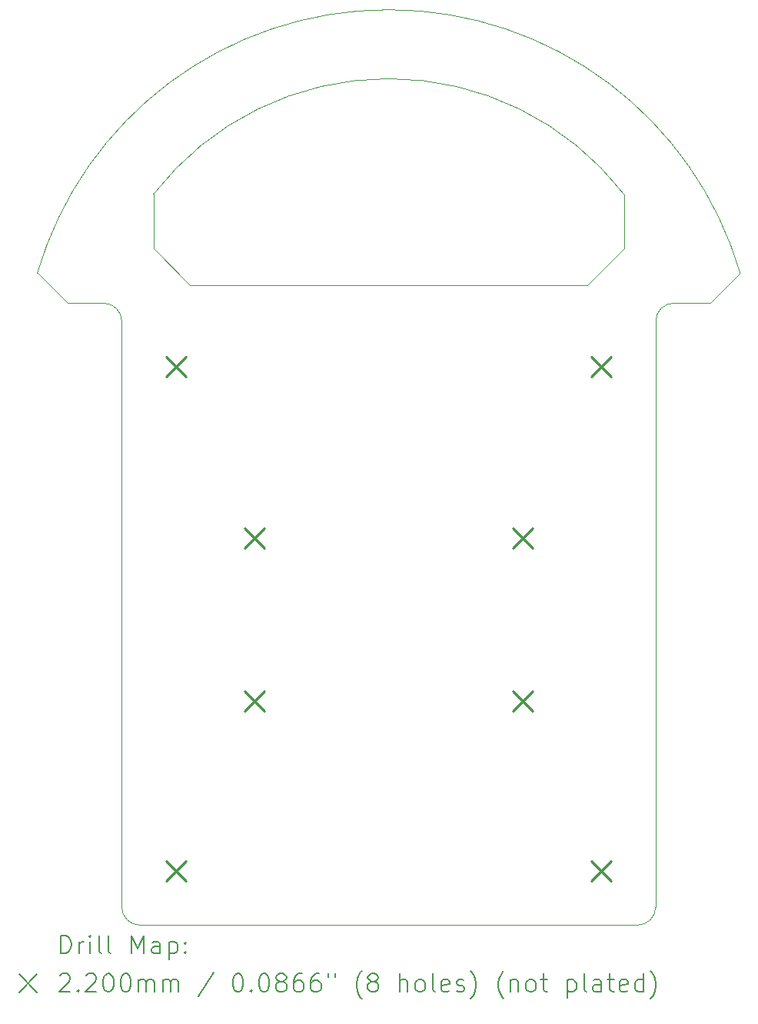
<source format=gbr>
%TF.GenerationSoftware,KiCad,Pcbnew,8.0.6*%
%TF.CreationDate,2025-03-04T23:13:57+07:00*%
%TF.ProjectId,micromouse,6d696372-6f6d-46f7-9573-652e6b696361,rev?*%
%TF.SameCoordinates,Original*%
%TF.FileFunction,Drillmap*%
%TF.FilePolarity,Positive*%
%FSLAX45Y45*%
G04 Gerber Fmt 4.5, Leading zero omitted, Abs format (unit mm)*
G04 Created by KiCad (PCBNEW 8.0.6) date 2025-03-04 23:13:57*
%MOMM*%
%LPD*%
G01*
G04 APERTURE LIST*
%ADD10C,0.050000*%
%ADD11C,0.200000*%
%ADD12C,0.220000*%
G04 APERTURE END LIST*
D10*
X17700000Y-7160000D02*
X18100000Y-7160000D01*
X16750000Y-6960000D02*
X12370000Y-6960000D01*
X10690000Y-6830000D02*
G75*
G02*
X18430000Y-6830000I3870000J-1130000D01*
G01*
X17500000Y-13810000D02*
G75*
G02*
X17300000Y-14010000I-200000J0D01*
G01*
X11820000Y-14010000D02*
G75*
G02*
X11620000Y-13810000I0J200000D01*
G01*
X11970000Y-5960000D02*
X11970000Y-6560000D01*
X11970000Y-5960000D02*
G75*
G02*
X17150000Y-5960000I2590000J-2000000D01*
G01*
X17150000Y-6560000D02*
X16750000Y-6960000D01*
X11020000Y-7160000D02*
X11420000Y-7160000D01*
X17500000Y-7360000D02*
G75*
G02*
X17700000Y-7160000I200000J0D01*
G01*
X11820000Y-14010000D02*
X17300000Y-14010000D01*
X11020000Y-7160000D02*
X10690000Y-6830000D01*
X17150000Y-5960000D02*
X17150000Y-6560000D01*
X11620000Y-13810000D02*
X11620000Y-7360000D01*
X11970000Y-6560000D02*
X12370000Y-6960000D01*
X11420000Y-7160000D02*
G75*
G02*
X11620000Y-7360000I0J-200000D01*
G01*
X18100000Y-7160000D02*
X18430000Y-6830000D01*
X17500000Y-13810000D02*
X17500000Y-7360000D01*
D11*
D12*
X12110000Y-7750000D02*
X12330000Y-7970000D01*
X12330000Y-7750000D02*
X12110000Y-7970000D01*
X12110000Y-13300000D02*
X12330000Y-13520000D01*
X12330000Y-13300000D02*
X12110000Y-13520000D01*
X12975000Y-9635000D02*
X13195000Y-9855000D01*
X13195000Y-9635000D02*
X12975000Y-9855000D01*
X12975000Y-11435000D02*
X13195000Y-11655000D01*
X13195000Y-11435000D02*
X12975000Y-11655000D01*
X15930000Y-9635000D02*
X16150000Y-9855000D01*
X16150000Y-9635000D02*
X15930000Y-9855000D01*
X15930000Y-11435000D02*
X16150000Y-11655000D01*
X16150000Y-11435000D02*
X15930000Y-11655000D01*
X16790000Y-7750000D02*
X17010000Y-7970000D01*
X17010000Y-7750000D02*
X16790000Y-7970000D01*
X16790000Y-13300000D02*
X17010000Y-13520000D01*
X17010000Y-13300000D02*
X16790000Y-13520000D01*
D11*
X10948277Y-14323984D02*
X10948277Y-14123984D01*
X10948277Y-14123984D02*
X10995896Y-14123984D01*
X10995896Y-14123984D02*
X11024467Y-14133508D01*
X11024467Y-14133508D02*
X11043515Y-14152555D01*
X11043515Y-14152555D02*
X11053039Y-14171603D01*
X11053039Y-14171603D02*
X11062563Y-14209698D01*
X11062563Y-14209698D02*
X11062563Y-14238269D01*
X11062563Y-14238269D02*
X11053039Y-14276365D01*
X11053039Y-14276365D02*
X11043515Y-14295412D01*
X11043515Y-14295412D02*
X11024467Y-14314460D01*
X11024467Y-14314460D02*
X10995896Y-14323984D01*
X10995896Y-14323984D02*
X10948277Y-14323984D01*
X11148277Y-14323984D02*
X11148277Y-14190650D01*
X11148277Y-14228746D02*
X11157801Y-14209698D01*
X11157801Y-14209698D02*
X11167324Y-14200174D01*
X11167324Y-14200174D02*
X11186372Y-14190650D01*
X11186372Y-14190650D02*
X11205420Y-14190650D01*
X11272086Y-14323984D02*
X11272086Y-14190650D01*
X11272086Y-14123984D02*
X11262562Y-14133508D01*
X11262562Y-14133508D02*
X11272086Y-14143031D01*
X11272086Y-14143031D02*
X11281610Y-14133508D01*
X11281610Y-14133508D02*
X11272086Y-14123984D01*
X11272086Y-14123984D02*
X11272086Y-14143031D01*
X11395896Y-14323984D02*
X11376848Y-14314460D01*
X11376848Y-14314460D02*
X11367324Y-14295412D01*
X11367324Y-14295412D02*
X11367324Y-14123984D01*
X11500658Y-14323984D02*
X11481610Y-14314460D01*
X11481610Y-14314460D02*
X11472086Y-14295412D01*
X11472086Y-14295412D02*
X11472086Y-14123984D01*
X11729229Y-14323984D02*
X11729229Y-14123984D01*
X11729229Y-14123984D02*
X11795896Y-14266841D01*
X11795896Y-14266841D02*
X11862562Y-14123984D01*
X11862562Y-14123984D02*
X11862562Y-14323984D01*
X12043515Y-14323984D02*
X12043515Y-14219222D01*
X12043515Y-14219222D02*
X12033991Y-14200174D01*
X12033991Y-14200174D02*
X12014943Y-14190650D01*
X12014943Y-14190650D02*
X11976848Y-14190650D01*
X11976848Y-14190650D02*
X11957801Y-14200174D01*
X12043515Y-14314460D02*
X12024467Y-14323984D01*
X12024467Y-14323984D02*
X11976848Y-14323984D01*
X11976848Y-14323984D02*
X11957801Y-14314460D01*
X11957801Y-14314460D02*
X11948277Y-14295412D01*
X11948277Y-14295412D02*
X11948277Y-14276365D01*
X11948277Y-14276365D02*
X11957801Y-14257317D01*
X11957801Y-14257317D02*
X11976848Y-14247793D01*
X11976848Y-14247793D02*
X12024467Y-14247793D01*
X12024467Y-14247793D02*
X12043515Y-14238269D01*
X12138753Y-14190650D02*
X12138753Y-14390650D01*
X12138753Y-14200174D02*
X12157801Y-14190650D01*
X12157801Y-14190650D02*
X12195896Y-14190650D01*
X12195896Y-14190650D02*
X12214943Y-14200174D01*
X12214943Y-14200174D02*
X12224467Y-14209698D01*
X12224467Y-14209698D02*
X12233991Y-14228746D01*
X12233991Y-14228746D02*
X12233991Y-14285888D01*
X12233991Y-14285888D02*
X12224467Y-14304936D01*
X12224467Y-14304936D02*
X12214943Y-14314460D01*
X12214943Y-14314460D02*
X12195896Y-14323984D01*
X12195896Y-14323984D02*
X12157801Y-14323984D01*
X12157801Y-14323984D02*
X12138753Y-14314460D01*
X12319705Y-14304936D02*
X12329229Y-14314460D01*
X12329229Y-14314460D02*
X12319705Y-14323984D01*
X12319705Y-14323984D02*
X12310182Y-14314460D01*
X12310182Y-14314460D02*
X12319705Y-14304936D01*
X12319705Y-14304936D02*
X12319705Y-14323984D01*
X12319705Y-14200174D02*
X12329229Y-14209698D01*
X12329229Y-14209698D02*
X12319705Y-14219222D01*
X12319705Y-14219222D02*
X12310182Y-14209698D01*
X12310182Y-14209698D02*
X12319705Y-14200174D01*
X12319705Y-14200174D02*
X12319705Y-14219222D01*
X10487500Y-14552500D02*
X10687500Y-14752500D01*
X10687500Y-14552500D02*
X10487500Y-14752500D01*
X10938753Y-14563031D02*
X10948277Y-14553508D01*
X10948277Y-14553508D02*
X10967324Y-14543984D01*
X10967324Y-14543984D02*
X11014944Y-14543984D01*
X11014944Y-14543984D02*
X11033991Y-14553508D01*
X11033991Y-14553508D02*
X11043515Y-14563031D01*
X11043515Y-14563031D02*
X11053039Y-14582079D01*
X11053039Y-14582079D02*
X11053039Y-14601127D01*
X11053039Y-14601127D02*
X11043515Y-14629698D01*
X11043515Y-14629698D02*
X10929229Y-14743984D01*
X10929229Y-14743984D02*
X11053039Y-14743984D01*
X11138753Y-14724936D02*
X11148277Y-14734460D01*
X11148277Y-14734460D02*
X11138753Y-14743984D01*
X11138753Y-14743984D02*
X11129229Y-14734460D01*
X11129229Y-14734460D02*
X11138753Y-14724936D01*
X11138753Y-14724936D02*
X11138753Y-14743984D01*
X11224467Y-14563031D02*
X11233991Y-14553508D01*
X11233991Y-14553508D02*
X11253039Y-14543984D01*
X11253039Y-14543984D02*
X11300658Y-14543984D01*
X11300658Y-14543984D02*
X11319705Y-14553508D01*
X11319705Y-14553508D02*
X11329229Y-14563031D01*
X11329229Y-14563031D02*
X11338753Y-14582079D01*
X11338753Y-14582079D02*
X11338753Y-14601127D01*
X11338753Y-14601127D02*
X11329229Y-14629698D01*
X11329229Y-14629698D02*
X11214943Y-14743984D01*
X11214943Y-14743984D02*
X11338753Y-14743984D01*
X11462562Y-14543984D02*
X11481610Y-14543984D01*
X11481610Y-14543984D02*
X11500658Y-14553508D01*
X11500658Y-14553508D02*
X11510182Y-14563031D01*
X11510182Y-14563031D02*
X11519705Y-14582079D01*
X11519705Y-14582079D02*
X11529229Y-14620174D01*
X11529229Y-14620174D02*
X11529229Y-14667793D01*
X11529229Y-14667793D02*
X11519705Y-14705888D01*
X11519705Y-14705888D02*
X11510182Y-14724936D01*
X11510182Y-14724936D02*
X11500658Y-14734460D01*
X11500658Y-14734460D02*
X11481610Y-14743984D01*
X11481610Y-14743984D02*
X11462562Y-14743984D01*
X11462562Y-14743984D02*
X11443515Y-14734460D01*
X11443515Y-14734460D02*
X11433991Y-14724936D01*
X11433991Y-14724936D02*
X11424467Y-14705888D01*
X11424467Y-14705888D02*
X11414943Y-14667793D01*
X11414943Y-14667793D02*
X11414943Y-14620174D01*
X11414943Y-14620174D02*
X11424467Y-14582079D01*
X11424467Y-14582079D02*
X11433991Y-14563031D01*
X11433991Y-14563031D02*
X11443515Y-14553508D01*
X11443515Y-14553508D02*
X11462562Y-14543984D01*
X11653039Y-14543984D02*
X11672086Y-14543984D01*
X11672086Y-14543984D02*
X11691134Y-14553508D01*
X11691134Y-14553508D02*
X11700658Y-14563031D01*
X11700658Y-14563031D02*
X11710182Y-14582079D01*
X11710182Y-14582079D02*
X11719705Y-14620174D01*
X11719705Y-14620174D02*
X11719705Y-14667793D01*
X11719705Y-14667793D02*
X11710182Y-14705888D01*
X11710182Y-14705888D02*
X11700658Y-14724936D01*
X11700658Y-14724936D02*
X11691134Y-14734460D01*
X11691134Y-14734460D02*
X11672086Y-14743984D01*
X11672086Y-14743984D02*
X11653039Y-14743984D01*
X11653039Y-14743984D02*
X11633991Y-14734460D01*
X11633991Y-14734460D02*
X11624467Y-14724936D01*
X11624467Y-14724936D02*
X11614943Y-14705888D01*
X11614943Y-14705888D02*
X11605420Y-14667793D01*
X11605420Y-14667793D02*
X11605420Y-14620174D01*
X11605420Y-14620174D02*
X11614943Y-14582079D01*
X11614943Y-14582079D02*
X11624467Y-14563031D01*
X11624467Y-14563031D02*
X11633991Y-14553508D01*
X11633991Y-14553508D02*
X11653039Y-14543984D01*
X11805420Y-14743984D02*
X11805420Y-14610650D01*
X11805420Y-14629698D02*
X11814943Y-14620174D01*
X11814943Y-14620174D02*
X11833991Y-14610650D01*
X11833991Y-14610650D02*
X11862563Y-14610650D01*
X11862563Y-14610650D02*
X11881610Y-14620174D01*
X11881610Y-14620174D02*
X11891134Y-14639222D01*
X11891134Y-14639222D02*
X11891134Y-14743984D01*
X11891134Y-14639222D02*
X11900658Y-14620174D01*
X11900658Y-14620174D02*
X11919705Y-14610650D01*
X11919705Y-14610650D02*
X11948277Y-14610650D01*
X11948277Y-14610650D02*
X11967324Y-14620174D01*
X11967324Y-14620174D02*
X11976848Y-14639222D01*
X11976848Y-14639222D02*
X11976848Y-14743984D01*
X12072086Y-14743984D02*
X12072086Y-14610650D01*
X12072086Y-14629698D02*
X12081610Y-14620174D01*
X12081610Y-14620174D02*
X12100658Y-14610650D01*
X12100658Y-14610650D02*
X12129229Y-14610650D01*
X12129229Y-14610650D02*
X12148277Y-14620174D01*
X12148277Y-14620174D02*
X12157801Y-14639222D01*
X12157801Y-14639222D02*
X12157801Y-14743984D01*
X12157801Y-14639222D02*
X12167324Y-14620174D01*
X12167324Y-14620174D02*
X12186372Y-14610650D01*
X12186372Y-14610650D02*
X12214943Y-14610650D01*
X12214943Y-14610650D02*
X12233991Y-14620174D01*
X12233991Y-14620174D02*
X12243515Y-14639222D01*
X12243515Y-14639222D02*
X12243515Y-14743984D01*
X12633991Y-14534460D02*
X12462563Y-14791603D01*
X12891134Y-14543984D02*
X12910182Y-14543984D01*
X12910182Y-14543984D02*
X12929229Y-14553508D01*
X12929229Y-14553508D02*
X12938753Y-14563031D01*
X12938753Y-14563031D02*
X12948277Y-14582079D01*
X12948277Y-14582079D02*
X12957801Y-14620174D01*
X12957801Y-14620174D02*
X12957801Y-14667793D01*
X12957801Y-14667793D02*
X12948277Y-14705888D01*
X12948277Y-14705888D02*
X12938753Y-14724936D01*
X12938753Y-14724936D02*
X12929229Y-14734460D01*
X12929229Y-14734460D02*
X12910182Y-14743984D01*
X12910182Y-14743984D02*
X12891134Y-14743984D01*
X12891134Y-14743984D02*
X12872086Y-14734460D01*
X12872086Y-14734460D02*
X12862563Y-14724936D01*
X12862563Y-14724936D02*
X12853039Y-14705888D01*
X12853039Y-14705888D02*
X12843515Y-14667793D01*
X12843515Y-14667793D02*
X12843515Y-14620174D01*
X12843515Y-14620174D02*
X12853039Y-14582079D01*
X12853039Y-14582079D02*
X12862563Y-14563031D01*
X12862563Y-14563031D02*
X12872086Y-14553508D01*
X12872086Y-14553508D02*
X12891134Y-14543984D01*
X13043515Y-14724936D02*
X13053039Y-14734460D01*
X13053039Y-14734460D02*
X13043515Y-14743984D01*
X13043515Y-14743984D02*
X13033991Y-14734460D01*
X13033991Y-14734460D02*
X13043515Y-14724936D01*
X13043515Y-14724936D02*
X13043515Y-14743984D01*
X13176848Y-14543984D02*
X13195896Y-14543984D01*
X13195896Y-14543984D02*
X13214944Y-14553508D01*
X13214944Y-14553508D02*
X13224467Y-14563031D01*
X13224467Y-14563031D02*
X13233991Y-14582079D01*
X13233991Y-14582079D02*
X13243515Y-14620174D01*
X13243515Y-14620174D02*
X13243515Y-14667793D01*
X13243515Y-14667793D02*
X13233991Y-14705888D01*
X13233991Y-14705888D02*
X13224467Y-14724936D01*
X13224467Y-14724936D02*
X13214944Y-14734460D01*
X13214944Y-14734460D02*
X13195896Y-14743984D01*
X13195896Y-14743984D02*
X13176848Y-14743984D01*
X13176848Y-14743984D02*
X13157801Y-14734460D01*
X13157801Y-14734460D02*
X13148277Y-14724936D01*
X13148277Y-14724936D02*
X13138753Y-14705888D01*
X13138753Y-14705888D02*
X13129229Y-14667793D01*
X13129229Y-14667793D02*
X13129229Y-14620174D01*
X13129229Y-14620174D02*
X13138753Y-14582079D01*
X13138753Y-14582079D02*
X13148277Y-14563031D01*
X13148277Y-14563031D02*
X13157801Y-14553508D01*
X13157801Y-14553508D02*
X13176848Y-14543984D01*
X13357801Y-14629698D02*
X13338753Y-14620174D01*
X13338753Y-14620174D02*
X13329229Y-14610650D01*
X13329229Y-14610650D02*
X13319706Y-14591603D01*
X13319706Y-14591603D02*
X13319706Y-14582079D01*
X13319706Y-14582079D02*
X13329229Y-14563031D01*
X13329229Y-14563031D02*
X13338753Y-14553508D01*
X13338753Y-14553508D02*
X13357801Y-14543984D01*
X13357801Y-14543984D02*
X13395896Y-14543984D01*
X13395896Y-14543984D02*
X13414944Y-14553508D01*
X13414944Y-14553508D02*
X13424467Y-14563031D01*
X13424467Y-14563031D02*
X13433991Y-14582079D01*
X13433991Y-14582079D02*
X13433991Y-14591603D01*
X13433991Y-14591603D02*
X13424467Y-14610650D01*
X13424467Y-14610650D02*
X13414944Y-14620174D01*
X13414944Y-14620174D02*
X13395896Y-14629698D01*
X13395896Y-14629698D02*
X13357801Y-14629698D01*
X13357801Y-14629698D02*
X13338753Y-14639222D01*
X13338753Y-14639222D02*
X13329229Y-14648746D01*
X13329229Y-14648746D02*
X13319706Y-14667793D01*
X13319706Y-14667793D02*
X13319706Y-14705888D01*
X13319706Y-14705888D02*
X13329229Y-14724936D01*
X13329229Y-14724936D02*
X13338753Y-14734460D01*
X13338753Y-14734460D02*
X13357801Y-14743984D01*
X13357801Y-14743984D02*
X13395896Y-14743984D01*
X13395896Y-14743984D02*
X13414944Y-14734460D01*
X13414944Y-14734460D02*
X13424467Y-14724936D01*
X13424467Y-14724936D02*
X13433991Y-14705888D01*
X13433991Y-14705888D02*
X13433991Y-14667793D01*
X13433991Y-14667793D02*
X13424467Y-14648746D01*
X13424467Y-14648746D02*
X13414944Y-14639222D01*
X13414944Y-14639222D02*
X13395896Y-14629698D01*
X13605420Y-14543984D02*
X13567325Y-14543984D01*
X13567325Y-14543984D02*
X13548277Y-14553508D01*
X13548277Y-14553508D02*
X13538753Y-14563031D01*
X13538753Y-14563031D02*
X13519706Y-14591603D01*
X13519706Y-14591603D02*
X13510182Y-14629698D01*
X13510182Y-14629698D02*
X13510182Y-14705888D01*
X13510182Y-14705888D02*
X13519706Y-14724936D01*
X13519706Y-14724936D02*
X13529229Y-14734460D01*
X13529229Y-14734460D02*
X13548277Y-14743984D01*
X13548277Y-14743984D02*
X13586372Y-14743984D01*
X13586372Y-14743984D02*
X13605420Y-14734460D01*
X13605420Y-14734460D02*
X13614944Y-14724936D01*
X13614944Y-14724936D02*
X13624467Y-14705888D01*
X13624467Y-14705888D02*
X13624467Y-14658269D01*
X13624467Y-14658269D02*
X13614944Y-14639222D01*
X13614944Y-14639222D02*
X13605420Y-14629698D01*
X13605420Y-14629698D02*
X13586372Y-14620174D01*
X13586372Y-14620174D02*
X13548277Y-14620174D01*
X13548277Y-14620174D02*
X13529229Y-14629698D01*
X13529229Y-14629698D02*
X13519706Y-14639222D01*
X13519706Y-14639222D02*
X13510182Y-14658269D01*
X13795896Y-14543984D02*
X13757801Y-14543984D01*
X13757801Y-14543984D02*
X13738753Y-14553508D01*
X13738753Y-14553508D02*
X13729229Y-14563031D01*
X13729229Y-14563031D02*
X13710182Y-14591603D01*
X13710182Y-14591603D02*
X13700658Y-14629698D01*
X13700658Y-14629698D02*
X13700658Y-14705888D01*
X13700658Y-14705888D02*
X13710182Y-14724936D01*
X13710182Y-14724936D02*
X13719706Y-14734460D01*
X13719706Y-14734460D02*
X13738753Y-14743984D01*
X13738753Y-14743984D02*
X13776848Y-14743984D01*
X13776848Y-14743984D02*
X13795896Y-14734460D01*
X13795896Y-14734460D02*
X13805420Y-14724936D01*
X13805420Y-14724936D02*
X13814944Y-14705888D01*
X13814944Y-14705888D02*
X13814944Y-14658269D01*
X13814944Y-14658269D02*
X13805420Y-14639222D01*
X13805420Y-14639222D02*
X13795896Y-14629698D01*
X13795896Y-14629698D02*
X13776848Y-14620174D01*
X13776848Y-14620174D02*
X13738753Y-14620174D01*
X13738753Y-14620174D02*
X13719706Y-14629698D01*
X13719706Y-14629698D02*
X13710182Y-14639222D01*
X13710182Y-14639222D02*
X13700658Y-14658269D01*
X13891134Y-14543984D02*
X13891134Y-14582079D01*
X13967325Y-14543984D02*
X13967325Y-14582079D01*
X14262563Y-14820174D02*
X14253039Y-14810650D01*
X14253039Y-14810650D02*
X14233991Y-14782079D01*
X14233991Y-14782079D02*
X14224468Y-14763031D01*
X14224468Y-14763031D02*
X14214944Y-14734460D01*
X14214944Y-14734460D02*
X14205420Y-14686841D01*
X14205420Y-14686841D02*
X14205420Y-14648746D01*
X14205420Y-14648746D02*
X14214944Y-14601127D01*
X14214944Y-14601127D02*
X14224468Y-14572555D01*
X14224468Y-14572555D02*
X14233991Y-14553508D01*
X14233991Y-14553508D02*
X14253039Y-14524936D01*
X14253039Y-14524936D02*
X14262563Y-14515412D01*
X14367325Y-14629698D02*
X14348277Y-14620174D01*
X14348277Y-14620174D02*
X14338753Y-14610650D01*
X14338753Y-14610650D02*
X14329229Y-14591603D01*
X14329229Y-14591603D02*
X14329229Y-14582079D01*
X14329229Y-14582079D02*
X14338753Y-14563031D01*
X14338753Y-14563031D02*
X14348277Y-14553508D01*
X14348277Y-14553508D02*
X14367325Y-14543984D01*
X14367325Y-14543984D02*
X14405420Y-14543984D01*
X14405420Y-14543984D02*
X14424468Y-14553508D01*
X14424468Y-14553508D02*
X14433991Y-14563031D01*
X14433991Y-14563031D02*
X14443515Y-14582079D01*
X14443515Y-14582079D02*
X14443515Y-14591603D01*
X14443515Y-14591603D02*
X14433991Y-14610650D01*
X14433991Y-14610650D02*
X14424468Y-14620174D01*
X14424468Y-14620174D02*
X14405420Y-14629698D01*
X14405420Y-14629698D02*
X14367325Y-14629698D01*
X14367325Y-14629698D02*
X14348277Y-14639222D01*
X14348277Y-14639222D02*
X14338753Y-14648746D01*
X14338753Y-14648746D02*
X14329229Y-14667793D01*
X14329229Y-14667793D02*
X14329229Y-14705888D01*
X14329229Y-14705888D02*
X14338753Y-14724936D01*
X14338753Y-14724936D02*
X14348277Y-14734460D01*
X14348277Y-14734460D02*
X14367325Y-14743984D01*
X14367325Y-14743984D02*
X14405420Y-14743984D01*
X14405420Y-14743984D02*
X14424468Y-14734460D01*
X14424468Y-14734460D02*
X14433991Y-14724936D01*
X14433991Y-14724936D02*
X14443515Y-14705888D01*
X14443515Y-14705888D02*
X14443515Y-14667793D01*
X14443515Y-14667793D02*
X14433991Y-14648746D01*
X14433991Y-14648746D02*
X14424468Y-14639222D01*
X14424468Y-14639222D02*
X14405420Y-14629698D01*
X14681610Y-14743984D02*
X14681610Y-14543984D01*
X14767325Y-14743984D02*
X14767325Y-14639222D01*
X14767325Y-14639222D02*
X14757801Y-14620174D01*
X14757801Y-14620174D02*
X14738753Y-14610650D01*
X14738753Y-14610650D02*
X14710182Y-14610650D01*
X14710182Y-14610650D02*
X14691134Y-14620174D01*
X14691134Y-14620174D02*
X14681610Y-14629698D01*
X14891134Y-14743984D02*
X14872087Y-14734460D01*
X14872087Y-14734460D02*
X14862563Y-14724936D01*
X14862563Y-14724936D02*
X14853039Y-14705888D01*
X14853039Y-14705888D02*
X14853039Y-14648746D01*
X14853039Y-14648746D02*
X14862563Y-14629698D01*
X14862563Y-14629698D02*
X14872087Y-14620174D01*
X14872087Y-14620174D02*
X14891134Y-14610650D01*
X14891134Y-14610650D02*
X14919706Y-14610650D01*
X14919706Y-14610650D02*
X14938753Y-14620174D01*
X14938753Y-14620174D02*
X14948277Y-14629698D01*
X14948277Y-14629698D02*
X14957801Y-14648746D01*
X14957801Y-14648746D02*
X14957801Y-14705888D01*
X14957801Y-14705888D02*
X14948277Y-14724936D01*
X14948277Y-14724936D02*
X14938753Y-14734460D01*
X14938753Y-14734460D02*
X14919706Y-14743984D01*
X14919706Y-14743984D02*
X14891134Y-14743984D01*
X15072087Y-14743984D02*
X15053039Y-14734460D01*
X15053039Y-14734460D02*
X15043515Y-14715412D01*
X15043515Y-14715412D02*
X15043515Y-14543984D01*
X15224468Y-14734460D02*
X15205420Y-14743984D01*
X15205420Y-14743984D02*
X15167325Y-14743984D01*
X15167325Y-14743984D02*
X15148277Y-14734460D01*
X15148277Y-14734460D02*
X15138753Y-14715412D01*
X15138753Y-14715412D02*
X15138753Y-14639222D01*
X15138753Y-14639222D02*
X15148277Y-14620174D01*
X15148277Y-14620174D02*
X15167325Y-14610650D01*
X15167325Y-14610650D02*
X15205420Y-14610650D01*
X15205420Y-14610650D02*
X15224468Y-14620174D01*
X15224468Y-14620174D02*
X15233991Y-14639222D01*
X15233991Y-14639222D02*
X15233991Y-14658269D01*
X15233991Y-14658269D02*
X15138753Y-14677317D01*
X15310182Y-14734460D02*
X15329230Y-14743984D01*
X15329230Y-14743984D02*
X15367325Y-14743984D01*
X15367325Y-14743984D02*
X15386372Y-14734460D01*
X15386372Y-14734460D02*
X15395896Y-14715412D01*
X15395896Y-14715412D02*
X15395896Y-14705888D01*
X15395896Y-14705888D02*
X15386372Y-14686841D01*
X15386372Y-14686841D02*
X15367325Y-14677317D01*
X15367325Y-14677317D02*
X15338753Y-14677317D01*
X15338753Y-14677317D02*
X15319706Y-14667793D01*
X15319706Y-14667793D02*
X15310182Y-14648746D01*
X15310182Y-14648746D02*
X15310182Y-14639222D01*
X15310182Y-14639222D02*
X15319706Y-14620174D01*
X15319706Y-14620174D02*
X15338753Y-14610650D01*
X15338753Y-14610650D02*
X15367325Y-14610650D01*
X15367325Y-14610650D02*
X15386372Y-14620174D01*
X15462563Y-14820174D02*
X15472087Y-14810650D01*
X15472087Y-14810650D02*
X15491134Y-14782079D01*
X15491134Y-14782079D02*
X15500658Y-14763031D01*
X15500658Y-14763031D02*
X15510182Y-14734460D01*
X15510182Y-14734460D02*
X15519706Y-14686841D01*
X15519706Y-14686841D02*
X15519706Y-14648746D01*
X15519706Y-14648746D02*
X15510182Y-14601127D01*
X15510182Y-14601127D02*
X15500658Y-14572555D01*
X15500658Y-14572555D02*
X15491134Y-14553508D01*
X15491134Y-14553508D02*
X15472087Y-14524936D01*
X15472087Y-14524936D02*
X15462563Y-14515412D01*
X15824468Y-14820174D02*
X15814944Y-14810650D01*
X15814944Y-14810650D02*
X15795896Y-14782079D01*
X15795896Y-14782079D02*
X15786372Y-14763031D01*
X15786372Y-14763031D02*
X15776849Y-14734460D01*
X15776849Y-14734460D02*
X15767325Y-14686841D01*
X15767325Y-14686841D02*
X15767325Y-14648746D01*
X15767325Y-14648746D02*
X15776849Y-14601127D01*
X15776849Y-14601127D02*
X15786372Y-14572555D01*
X15786372Y-14572555D02*
X15795896Y-14553508D01*
X15795896Y-14553508D02*
X15814944Y-14524936D01*
X15814944Y-14524936D02*
X15824468Y-14515412D01*
X15900658Y-14610650D02*
X15900658Y-14743984D01*
X15900658Y-14629698D02*
X15910182Y-14620174D01*
X15910182Y-14620174D02*
X15929230Y-14610650D01*
X15929230Y-14610650D02*
X15957801Y-14610650D01*
X15957801Y-14610650D02*
X15976849Y-14620174D01*
X15976849Y-14620174D02*
X15986372Y-14639222D01*
X15986372Y-14639222D02*
X15986372Y-14743984D01*
X16110182Y-14743984D02*
X16091134Y-14734460D01*
X16091134Y-14734460D02*
X16081611Y-14724936D01*
X16081611Y-14724936D02*
X16072087Y-14705888D01*
X16072087Y-14705888D02*
X16072087Y-14648746D01*
X16072087Y-14648746D02*
X16081611Y-14629698D01*
X16081611Y-14629698D02*
X16091134Y-14620174D01*
X16091134Y-14620174D02*
X16110182Y-14610650D01*
X16110182Y-14610650D02*
X16138753Y-14610650D01*
X16138753Y-14610650D02*
X16157801Y-14620174D01*
X16157801Y-14620174D02*
X16167325Y-14629698D01*
X16167325Y-14629698D02*
X16176849Y-14648746D01*
X16176849Y-14648746D02*
X16176849Y-14705888D01*
X16176849Y-14705888D02*
X16167325Y-14724936D01*
X16167325Y-14724936D02*
X16157801Y-14734460D01*
X16157801Y-14734460D02*
X16138753Y-14743984D01*
X16138753Y-14743984D02*
X16110182Y-14743984D01*
X16233992Y-14610650D02*
X16310182Y-14610650D01*
X16262563Y-14543984D02*
X16262563Y-14715412D01*
X16262563Y-14715412D02*
X16272087Y-14734460D01*
X16272087Y-14734460D02*
X16291134Y-14743984D01*
X16291134Y-14743984D02*
X16310182Y-14743984D01*
X16529230Y-14610650D02*
X16529230Y-14810650D01*
X16529230Y-14620174D02*
X16548277Y-14610650D01*
X16548277Y-14610650D02*
X16586373Y-14610650D01*
X16586373Y-14610650D02*
X16605420Y-14620174D01*
X16605420Y-14620174D02*
X16614944Y-14629698D01*
X16614944Y-14629698D02*
X16624468Y-14648746D01*
X16624468Y-14648746D02*
X16624468Y-14705888D01*
X16624468Y-14705888D02*
X16614944Y-14724936D01*
X16614944Y-14724936D02*
X16605420Y-14734460D01*
X16605420Y-14734460D02*
X16586373Y-14743984D01*
X16586373Y-14743984D02*
X16548277Y-14743984D01*
X16548277Y-14743984D02*
X16529230Y-14734460D01*
X16738753Y-14743984D02*
X16719706Y-14734460D01*
X16719706Y-14734460D02*
X16710182Y-14715412D01*
X16710182Y-14715412D02*
X16710182Y-14543984D01*
X16900658Y-14743984D02*
X16900658Y-14639222D01*
X16900658Y-14639222D02*
X16891135Y-14620174D01*
X16891135Y-14620174D02*
X16872087Y-14610650D01*
X16872087Y-14610650D02*
X16833992Y-14610650D01*
X16833992Y-14610650D02*
X16814944Y-14620174D01*
X16900658Y-14734460D02*
X16881611Y-14743984D01*
X16881611Y-14743984D02*
X16833992Y-14743984D01*
X16833992Y-14743984D02*
X16814944Y-14734460D01*
X16814944Y-14734460D02*
X16805420Y-14715412D01*
X16805420Y-14715412D02*
X16805420Y-14696365D01*
X16805420Y-14696365D02*
X16814944Y-14677317D01*
X16814944Y-14677317D02*
X16833992Y-14667793D01*
X16833992Y-14667793D02*
X16881611Y-14667793D01*
X16881611Y-14667793D02*
X16900658Y-14658269D01*
X16967325Y-14610650D02*
X17043515Y-14610650D01*
X16995896Y-14543984D02*
X16995896Y-14715412D01*
X16995896Y-14715412D02*
X17005420Y-14734460D01*
X17005420Y-14734460D02*
X17024468Y-14743984D01*
X17024468Y-14743984D02*
X17043515Y-14743984D01*
X17186373Y-14734460D02*
X17167325Y-14743984D01*
X17167325Y-14743984D02*
X17129230Y-14743984D01*
X17129230Y-14743984D02*
X17110182Y-14734460D01*
X17110182Y-14734460D02*
X17100658Y-14715412D01*
X17100658Y-14715412D02*
X17100658Y-14639222D01*
X17100658Y-14639222D02*
X17110182Y-14620174D01*
X17110182Y-14620174D02*
X17129230Y-14610650D01*
X17129230Y-14610650D02*
X17167325Y-14610650D01*
X17167325Y-14610650D02*
X17186373Y-14620174D01*
X17186373Y-14620174D02*
X17195896Y-14639222D01*
X17195896Y-14639222D02*
X17195896Y-14658269D01*
X17195896Y-14658269D02*
X17100658Y-14677317D01*
X17367325Y-14743984D02*
X17367325Y-14543984D01*
X17367325Y-14734460D02*
X17348277Y-14743984D01*
X17348277Y-14743984D02*
X17310182Y-14743984D01*
X17310182Y-14743984D02*
X17291135Y-14734460D01*
X17291135Y-14734460D02*
X17281611Y-14724936D01*
X17281611Y-14724936D02*
X17272087Y-14705888D01*
X17272087Y-14705888D02*
X17272087Y-14648746D01*
X17272087Y-14648746D02*
X17281611Y-14629698D01*
X17281611Y-14629698D02*
X17291135Y-14620174D01*
X17291135Y-14620174D02*
X17310182Y-14610650D01*
X17310182Y-14610650D02*
X17348277Y-14610650D01*
X17348277Y-14610650D02*
X17367325Y-14620174D01*
X17443516Y-14820174D02*
X17453039Y-14810650D01*
X17453039Y-14810650D02*
X17472087Y-14782079D01*
X17472087Y-14782079D02*
X17481611Y-14763031D01*
X17481611Y-14763031D02*
X17491135Y-14734460D01*
X17491135Y-14734460D02*
X17500658Y-14686841D01*
X17500658Y-14686841D02*
X17500658Y-14648746D01*
X17500658Y-14648746D02*
X17491135Y-14601127D01*
X17491135Y-14601127D02*
X17481611Y-14572555D01*
X17481611Y-14572555D02*
X17472087Y-14553508D01*
X17472087Y-14553508D02*
X17453039Y-14524936D01*
X17453039Y-14524936D02*
X17443516Y-14515412D01*
M02*

</source>
